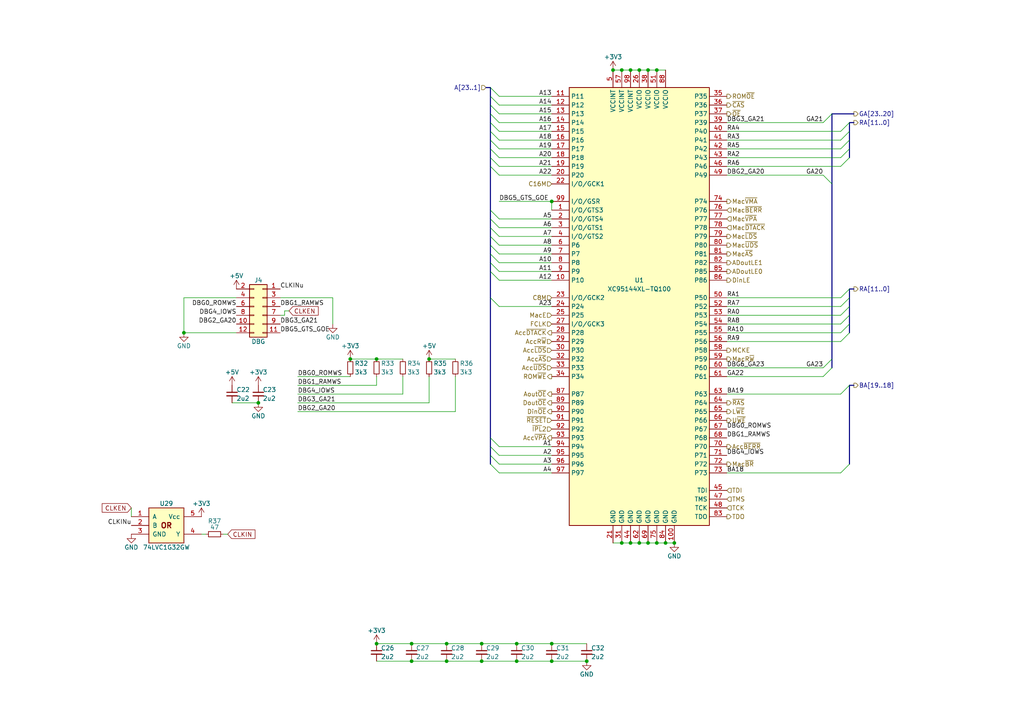
<source format=kicad_sch>
(kicad_sch (version 20231120) (generator "eeschema") (generator_version "8.0")
  (paper "A4")
  (title_block (title "WarpSE (GW4410A)") (date "2024-04-23") (rev "1.0") (company "Garrett's Workshop"))
  (lib_symbols
    (symbol "CPLD_Xilinx:XC95144XL-TQ100"
      (property "Reference" "U" (at -20.32 64.77 0))
      (property "Value" "XC95144XL-TQ100" (at -20.32 -64.77 0))
      (symbol "XC95144XL-TQ100_1_1"
        (rectangle (start -20.32 63.5) (end 20.32 -63.5) (stroke (width 0.254)) (fill (type background)))
        (pin bidirectional line (at -25.4 27.94 0) (length 5.08) (name "I/O/GTS3") (number "1"))
        (pin bidirectional line (at -25.4 7.62 0) (length 5.08) (name "P10") (number "10"))
        (pin power_in line (at 10.16 -68.58 90) (length 5.08) (name "GND") (number "100"))
        (pin bidirectional line (at -25.4 60.96 0) (length 5.08) (name "P11") (number "11"))
        (pin bidirectional line (at -25.4 58.42 0) (length 5.08) (name "P12") (number "12"))
        (pin bidirectional line (at -25.4 55.88 0) (length 5.08) (name "P13") (number "13"))
        (pin bidirectional line (at -25.4 53.34 0) (length 5.08) (name "P14") (number "14"))
        (pin bidirectional line (at -25.4 50.8 0) (length 5.08) (name "P15") (number "15"))
        (pin bidirectional line (at -25.4 48.26 0) (length 5.08) (name "P16") (number "16"))
        (pin bidirectional line (at -25.4 45.72 0) (length 5.08) (name "P17") (number "17"))
        (pin bidirectional line (at -25.4 43.18 0) (length 5.08) (name "P18") (number "18"))
        (pin bidirectional line (at -25.4 40.64 0) (length 5.08) (name "P19") (number "19"))
        (pin bidirectional line (at -25.4 25.4 0) (length 5.08) (name "I/O/GTS4") (number "2"))
        (pin bidirectional line (at -25.4 38.1 0) (length 5.08) (name "P20") (number "20"))
        (pin power_in line (at -7.62 -68.58 90) (length 5.08) (name "GND") (number "21"))
        (pin bidirectional line (at -25.4 35.56 0) (length 5.08) (name "I/O/GCK1") (number "22"))
        (pin bidirectional line (at -25.4 2.54 0) (length 5.08) (name "I/O/GCK2") (number "23"))
        (pin bidirectional line (at -25.4 0 0) (length 5.08) (name "P24") (number "24"))
        (pin bidirectional line (at -25.4 -2.54 0) (length 5.08) (name "P25") (number "25"))
        (pin power_in line (at 0 68.58 270) (length 5.08) (name "VCCIO") (number "26"))
        (pin bidirectional line (at -25.4 -5.08 0) (length 5.08) (name "I/O/GCK3") (number "27"))
        (pin bidirectional line (at -25.4 -7.62 0) (length 5.08) (name "P28") (number "28"))
        (pin bidirectional line (at -25.4 -10.16 0) (length 5.08) (name "P29") (number "29"))
        (pin bidirectional line (at -25.4 22.86 0) (length 5.08) (name "I/O/GTS1") (number "3"))
        (pin bidirectional line (at -25.4 -12.7 0) (length 5.08) (name "P30") (number "30"))
        (pin power_in line (at -5.08 -68.58 90) (length 5.08) (name "GND") (number "31"))
        (pin bidirectional line (at -25.4 -15.24 0) (length 5.08) (name "P32") (number "32"))
        (pin bidirectional line (at -25.4 -17.78 0) (length 5.08) (name "P33") (number "33"))
        (pin bidirectional line (at -25.4 -20.32 0) (length 5.08) (name "P34") (number "34"))
        (pin bidirectional line (at 25.4 60.96 180) (length 5.08) (name "P35") (number "35"))
        (pin bidirectional line (at 25.4 58.42 180) (length 5.08) (name "P36") (number "36"))
        (pin bidirectional line (at 25.4 55.88 180) (length 5.08) (name "P37") (number "37"))
        (pin power_in line (at 2.54 68.58 270) (length 5.08) (name "VCCIO") (number "38"))
        (pin bidirectional line (at 25.4 53.34 180) (length 5.08) (name "P39") (number "39"))
        (pin bidirectional line (at -25.4 20.32 0) (length 5.08) (name "I/O/GTS2") (number "4"))
        (pin bidirectional line (at 25.4 50.8 180) (length 5.08) (name "P40") (number "40"))
        (pin bidirectional line (at 25.4 48.26 180) (length 5.08) (name "P41") (number "41"))
        (pin bidirectional line (at 25.4 45.72 180) (length 5.08) (name "P42") (number "42"))
        (pin bidirectional line (at 25.4 43.18 180) (length 5.08) (name "P43") (number "43"))
        (pin power_in line (at -2.54 -68.58 90) (length 5.08) (name "GND") (number "44"))
        (pin input line (at 25.4 -53.34 180) (length 5.08) (name "TDI") (number "45"))
        (pin bidirectional line (at 25.4 40.64 180) (length 5.08) (name "P46") (number "46"))
        (pin input line (at 25.4 -55.88 180) (length 5.08) (name "TMS") (number "47"))
        (pin input line (at 25.4 -58.42 180) (length 5.08) (name "TCK") (number "48"))
        (pin bidirectional line (at 25.4 38.1 180) (length 5.08) (name "P49") (number "49"))
        (pin power_in line (at -7.62 68.58 270) (length 5.08) (name "VCCINT") (number "5"))
        (pin bidirectional line (at 25.4 2.54 180) (length 5.08) (name "P50") (number "50"))
        (pin power_in line (at 5.08 68.58 270) (length 5.08) (name "VCCIO") (number "51"))
        (pin bidirectional line (at 25.4 0 180) (length 5.08) (name "P52") (number "52"))
        (pin bidirectional line (at 25.4 -2.54 180) (length 5.08) (name "P53") (number "53"))
        (pin bidirectional line (at 25.4 -5.08 180) (length 5.08) (name "P54") (number "54"))
        (pin bidirectional line (at 25.4 -7.62 180) (length 5.08) (name "P55") (number "55"))
        (pin bidirectional line (at 25.4 -10.16 180) (length 5.08) (name "P56") (number "56"))
        (pin power_in line (at -5.08 68.58 270) (length 5.08) (name "VCCINT") (number "57"))
        (pin bidirectional line (at 25.4 -12.7 180) (length 5.08) (name "P58") (number "58"))
        (pin bidirectional line (at 25.4 -15.24 180) (length 5.08) (name "P59") (number "59"))
        (pin bidirectional line (at -25.4 17.78 0) (length 5.08) (name "P6") (number "6"))
        (pin bidirectional line (at 25.4 -17.78 180) (length 5.08) (name "P60") (number "60"))
        (pin bidirectional line (at 25.4 -20.32 180) (length 5.08) (name "P61") (number "61"))
        (pin power_in line (at 0 -68.58 90) (length 5.08) (name "GND") (number "62"))
        (pin bidirectional line (at 25.4 -25.4 180) (length 5.08) (name "P63") (number "63"))
        (pin bidirectional line (at 25.4 -27.94 180) (length 5.08) (name "P64") (number "64"))
        (pin bidirectional line (at 25.4 -30.48 180) (length 5.08) (name "P65") (number "65"))
        (pin bidirectional line (at 25.4 -33.02 180) (length 5.08) (name "P66") (number "66"))
        (pin bidirectional line (at 25.4 -35.56 180) (length 5.08) (name "P67") (number "67"))
        (pin bidirectional line (at 25.4 -38.1 180) (length 5.08) (name "P68") (number "68"))
        (pin power_in line (at 2.54 -68.58 90) (length 5.08) (name "GND") (number "69"))
        (pin bidirectional line (at -25.4 15.24 0) (length 5.08) (name "P7") (number "7"))
        (pin bidirectional line (at 25.4 -40.64 180) (length 5.08) (name "P70") (number "70"))
        (pin bidirectional line (at 25.4 -43.18 180) (length 5.08) (name "P71") (number "71"))
        (pin bidirectional line (at 25.4 -45.72 180) (length 5.08) (name "P72") (number "72"))
        (pin bidirectional line (at 25.4 -48.26 180) (length 5.08) (name "P73") (number "73"))
        (pin bidirectional line (at 25.4 30.48 180) (length 5.08) (name "P74") (number "74"))
        (pin power_in line (at 5.08 -68.58 90) (length 5.08) (name "GND") (number "75"))
        (pin bidirectional line (at 25.4 27.94 180) (length 5.08) (name "P76") (number "76"))
        (pin bidirectional line (at 25.4 25.4 180) (length 5.08) (name "P77") (number "77"))
        (pin bidirectional line (at 25.4 22.86 180) (length 5.08) (name "P78") (number "78"))
        (pin bidirectional line (at 25.4 20.32 180) (length 5.08) (name "P79") (number "79"))
        (pin bidirectional line (at -25.4 12.7 0) (length 5.08) (name "P8") (number "8"))
        (pin bidirectional line (at 25.4 17.78 180) (length 5.08) (name "P80") (number "80"))
        (pin bidirectional line (at 25.4 15.24 180) (length 5.08) (name "P81") (number "81"))
        (pin bidirectional line (at 25.4 12.7 180) (length 5.08) (name "P82") (number "82"))
        (pin output line (at 25.4 -60.96 180) (length 5.08) (name "TDO") (number "83"))
        (pin power_in line (at 7.62 -68.58 90) (length 5.08) (name "GND") (number "84"))
        (pin bidirectional line (at 25.4 10.16 180) (length 5.08) (name "P85") (number "85"))
        (pin bidirectional line (at 25.4 7.62 180) (length 5.08) (name "P86") (number "86"))
        (pin bidirectional line (at -25.4 -25.4 0) (length 5.08) (name "P87") (number "87"))
        (pin power_in line (at 7.62 68.58 270) (length 5.08) (name "VCCIO") (number "88"))
        (pin bidirectional line (at -25.4 -27.94 0) (length 5.08) (name "P89") (number "89"))
        (pin bidirectional line (at -25.4 10.16 0) (length 5.08) (name "P9") (number "9"))
        (pin bidirectional line (at -25.4 -30.48 0) (length 5.08) (name "P90") (number "90"))
        (pin bidirectional line (at -25.4 -33.02 0) (length 5.08) (name "P91") (number "91"))
        (pin bidirectional line (at -25.4 -35.56 0) (length 5.08) (name "P92") (number "92"))
        (pin bidirectional line (at -25.4 -38.1 0) (length 5.08) (name "P93") (number "93"))
        (pin bidirectional line (at -25.4 -40.64 0) (length 5.08) (name "P94") (number "94"))
        (pin bidirectional line (at -25.4 -43.18 0) (length 5.08) (name "P95") (number "95"))
        (pin bidirectional line (at -25.4 -45.72 0) (length 5.08) (name "P96") (number "96"))
        (pin bidirectional line (at -25.4 -48.26 0) (length 5.08) (name "P97") (number "97"))
        (pin power_in line (at -2.54 68.58 270) (length 5.08) (name "VCCINT") (number "98"))
        (pin bidirectional line (at -25.4 30.48 0) (length 5.08) (name "I/O/GSR") (number "99"))
      )
    )
    (symbol "Connector_Generic:Conn_02x06_Odd_Even" (pin_names (offset 1.016) hide)
      (property "Reference" "J" (at 1.27 7.62 0))
      (property "Value" "Conn_02x06_Odd_Even" (at 1.27 -10.16 0))
      (symbol "Conn_02x06_Odd_Even_1_1"
        (rectangle (start -1.27 -7.493) (end 0 -7.747) (stroke (width 0.1524)))
        (rectangle (start -1.27 -4.953) (end 0 -5.207) (stroke (width 0.1524)))
        (rectangle (start -1.27 -2.413) (end 0 -2.667) (stroke (width 0.1524)))
        (rectangle (start -1.27 0.127) (end 0 -0.127) (stroke (width 0.1524)))
        (rectangle (start -1.27 2.667) (end 0 2.413) (stroke (width 0.1524)))
        (rectangle (start -1.27 5.207) (end 0 4.953) (stroke (width 0.1524)))
        (rectangle (start -1.27 6.35) (end 3.81 -8.89) (stroke (width 0.254)) (fill (type background)))
        (rectangle (start 3.81 -7.493) (end 2.54 -7.747) (stroke (width 0.1524)))
        (rectangle (start 3.81 -4.953) (end 2.54 -5.207) (stroke (width 0.1524)))
        (rectangle (start 3.81 -2.413) (end 2.54 -2.667) (stroke (width 0.1524)))
        (rectangle (start 3.81 0.127) (end 2.54 -0.127) (stroke (width 0.1524)))
        (rectangle (start 3.81 2.667) (end 2.54 2.413) (stroke (width 0.1524)))
        (rectangle (start 3.81 5.207) (end 2.54 4.953) (stroke (width 0.1524)))
        (pin passive line (at -5.08 5.08 0) (length 3.81) (name "Pin_1") (number "1"))
        (pin passive line (at 7.62 -5.08 180) (length 3.81) (name "Pin_10") (number "10"))
        (pin passive line (at -5.08 -7.62 0) (length 3.81) (name "Pin_11") (number "11"))
        (pin passive line (at 7.62 -7.62 180) (length 3.81) (name "Pin_12") (number "12"))
        (pin passive line (at 7.62 5.08 180) (length 3.81) (name "Pin_2") (number "2"))
        (pin passive line (at -5.08 2.54 0) (length 3.81) (name "Pin_3") (number "3"))
        (pin passive line (at 7.62 2.54 180) (length 3.81) (name "Pin_4") (number "4"))
        (pin passive line (at -5.08 0 0) (length 3.81) (name "Pin_5") (number "5"))
        (pin passive line (at 7.62 0 180) (length 3.81) (name "Pin_6") (number "6"))
        (pin passive line (at -5.08 -2.54 0) (length 3.81) (name "Pin_7") (number "7"))
        (pin passive line (at 7.62 -2.54 180) (length 3.81) (name "Pin_8") (number "8"))
        (pin passive line (at -5.08 -5.08 0) (length 3.81) (name "Pin_9") (number "9"))
      )
    )
    (symbol "Device:C_Small" (pin_numbers hide) (pin_names (offset 0.254) hide)
      (property "Reference" "C" (at 0.254 1.778 0))
      (property "Value" "C_Small" (at 0.254 -2.032 0))
      (symbol "C_Small_0_1"
        (polyline (pts (xy -1.524 -0.508) (xy 1.524 -0.508)) (stroke (width 0.3302)))
        (polyline (pts (xy -1.524 0.508) (xy 1.524 0.508)) (stroke (width 0.3048)))
      )
      (symbol "C_Small_1_1"
        (pin passive line (at 0 2.54 270) (length 2.032) (name "~") (number "1"))
        (pin passive line (at 0 -2.54 90) (length 2.032) (name "~") (number "2"))
      )
    )
    (symbol "Device:R_Small" (pin_numbers hide) (pin_names (offset 0.254) hide)
      (property "Reference" "R" (at 0.762 0.508 0))
      (property "Value" "R_Small" (at 0.762 -1.016 0))
      (symbol "R_Small_0_1"
        (rectangle (start -0.762 1.778) (end 0.762 -1.778) (stroke (width 0.2032)))
      )
      (symbol "R_Small_1_1"
        (pin passive line (at 0 2.54 270) (length 0.762) (name "~") (number "1"))
        (pin passive line (at 0 -2.54 90) (length 0.762) (name "~") (number "2"))
      )
    )
    (symbol "GW_Logic:741G32GW" (pin_names (offset 1.016))
      (property "Reference" "U" (at 0 6.35 0))
      (property "Value" "741G32GW" (at 0 -6.35 0))
      (symbol "741G32GW_0_1"
        (rectangle (start -5.08 5.08) (end 5.08 -5.08) (stroke (width 0.254)) (fill (type background)))
      )
      (symbol "741G32GW_1_1"
        (text "OR" (at 0 0 0) (effects (font (size 1.524 1.524) (bold yes))))
        (pin input line (at -10.16 2.54 0) (length 5.08) (name "A") (number "1"))
        (pin input line (at -10.16 0 0) (length 5.08) (name "B") (number "2"))
        (pin power_in line (at -10.16 -2.54 0) (length 5.08) (name "GND") (number "3"))
        (pin output line (at 10.16 -2.54 180) (length 5.08) (name "Y") (number "4"))
        (pin power_in line (at 10.16 2.54 180) (length 5.08) (name "Vcc") (number "5"))
      )
    )
    (symbol "power:+3V3" (power) (pin_names (offset 0))
      (property "Value" "+3V3" (at 0 3.556 0))
      (symbol "+3V3_0_1"
        (polyline (pts (xy -0.762 1.27) (xy 0 2.54)))
        (polyline (pts (xy 0 0) (xy 0 2.54)))
        (polyline (pts (xy 0 2.54) (xy 0.762 1.27)))
      )
      (symbol "+3V3_1_1"
        (pin power_in line (at 0 0 90) (length 0) hide (name "+3V3") (number "1"))
      )
    )
    (symbol "power:+5V" (power) (pin_names (offset 0))
      (property "Value" "+5V" (at 0 3.556 0))
      (symbol "+5V_0_1"
        (polyline (pts (xy -0.762 1.27) (xy 0 2.54)))
        (polyline (pts (xy 0 0) (xy 0 2.54)))
        (polyline (pts (xy 0 2.54) (xy 0.762 1.27)))
      )
      (symbol "+5V_1_1"
        (pin power_in line (at 0 0 90) (length 0) hide (name "+5V") (number "1"))
      )
    )
    (symbol "power:GND" (power) (pin_names (offset 0))
      (property "Value" "GND" (at 0 -3.81 0))
      (symbol "GND_0_1"
        (polyline (pts (xy 0 0) (xy 0 -1.27) (xy 1.27 -1.27) (xy 0 -2.54) (xy -1.27 -1.27) (xy 0 -1.27)))
      )
      (symbol "GND_1_1"
        (pin power_in line (at 0 0 270) (length 0) hide (name "GND") (number "1"))
      )
    )
  )
  (junction (at 74.93 116.84))
  (junction (at 119.38 191.77))
  (junction (at 193.04 157.48))
  (junction (at 129.54 191.77))
  (junction (at 180.34 157.48))
  (junction (at 177.8 20.32))
  (junction (at 139.7 191.77))
  (junction (at 139.7 186.69))
  (junction (at 187.96 157.48))
  (junction (at 182.88 157.48))
  (junction (at 109.22 104.14))
  (junction (at 119.38 186.69))
  (junction (at 185.42 20.32))
  (junction (at 160.02 186.69))
  (junction (at 160.02 58.42))
  (junction (at 182.88 20.32))
  (junction (at 124.46 104.14))
  (junction (at 109.22 186.69))
  (junction (at 195.58 157.48))
  (junction (at 187.96 20.32))
  (junction (at 180.34 20.32))
  (junction (at 149.86 191.77))
  (junction (at 190.5 157.48))
  (junction (at 149.86 186.69))
  (junction (at 185.42 157.48))
  (junction (at 170.18 191.77))
  (junction (at 160.02 191.77))
  (junction (at 129.54 186.69))
  (junction (at 190.5 20.32))
  (junction (at 101.6 104.14))
  (junction (at 53.34 96.52))
  (bus_entry (at 142.24 63.5) (size 2.54 2.54))
  (bus_entry (at 142.24 129.54) (size 2.54 2.54))
  (bus_entry (at 142.24 71.12) (size 2.54 2.54))
  (bus_entry (at 142.24 27.94) (size 2.54 2.54))
  (bus_entry (at 142.24 35.56) (size 2.54 2.54))
  (bus_entry (at 238.76 35.56) (size 2.54 -2.54))
  (bus_entry (at 246.38 93.98) (size -2.54 2.54))
  (bus_entry (at 246.38 43.18) (size -2.54 2.54))
  (bus_entry (at 142.24 25.4) (size 2.54 2.54))
  (bus_entry (at 142.24 30.48) (size 2.54 2.54))
  (bus_entry (at 142.24 45.72) (size 2.54 2.54))
  (bus_entry (at 246.38 96.52) (size -2.54 2.54))
  (bus_entry (at 142.24 48.26) (size 2.54 2.54))
  (bus_entry (at 246.38 45.72) (size -2.54 2.54))
  (bus_entry (at 241.3 53.34) (size -2.54 -2.54))
  (bus_entry (at 246.38 88.9) (size -2.54 2.54))
  (bus_entry (at 142.24 73.66) (size 2.54 2.54))
  (bus_entry (at 246.38 83.82) (size -2.54 2.54))
  (bus_entry (at 246.38 38.1) (size -2.54 2.54))
  (bus_entry (at 246.38 35.56) (size -2.54 2.54))
  (bus_entry (at 142.24 86.36) (size 2.54 2.54))
  (bus_entry (at 246.38 134.62) (size -2.54 2.54))
  (bus_entry (at 142.24 127) (size 2.54 2.54))
  (bus_entry (at 142.24 78.74) (size 2.54 2.54))
  (bus_entry (at 142.24 76.2) (size 2.54 2.54))
  (bus_entry (at 142.24 68.58) (size 2.54 2.54))
  (bus_entry (at 142.24 33.02) (size 2.54 2.54))
  (bus_entry (at 142.24 40.64) (size 2.54 2.54))
  (bus_entry (at 246.38 40.64) (size -2.54 2.54))
  (bus_entry (at 142.24 132.08) (size 2.54 2.54))
  (bus_entry (at 142.24 38.1) (size 2.54 2.54))
  (bus_entry (at 246.38 91.44) (size -2.54 2.54))
  (bus_entry (at 241.3 106.68) (size -2.54 2.54))
  (bus_entry (at 142.24 134.62) (size 2.54 2.54))
  (bus_entry (at 142.24 60.96) (size 2.54 2.54))
  (bus_entry (at 246.38 111.76) (size -2.54 2.54))
  (bus_entry (at 246.38 86.36) (size -2.54 2.54))
  (bus_entry (at 241.3 104.14) (size -2.54 2.54))
  (bus_entry (at 142.24 66.04) (size 2.54 2.54))
  (bus_entry (at 142.24 43.18) (size 2.54 2.54))
  (wire (pts (xy 210.82 93.98) (xy 243.84 93.98)))
  (wire (pts (xy 210.82 43.18) (xy 243.84 43.18)))
  (wire (pts (xy 182.88 20.32) (xy 185.42 20.32)))
  (bus (pts (xy 142.24 127) (xy 142.24 129.54)))
  (bus (pts (xy 142.24 27.94) (xy 142.24 30.48)))
  (bus (pts (xy 142.24 38.1) (xy 142.24 40.64)))
  (wire (pts (xy 160.02 33.02) (xy 144.78 33.02)))
  (wire (pts (xy 160.02 35.56) (xy 144.78 35.56)))
  (wire (pts (xy 185.42 20.32) (xy 187.96 20.32)))
  (wire (pts (xy 59.69 154.94) (xy 58.42 154.94)))
  (wire (pts (xy 86.36 109.22) (xy 101.6 109.22)))
  (wire (pts (xy 160.02 45.72) (xy 144.78 45.72)))
  (bus (pts (xy 142.24 73.66) (xy 142.24 76.2)))
  (wire (pts (xy 109.22 186.69) (xy 119.38 186.69)))
  (wire (pts (xy 160.02 50.8) (xy 144.78 50.8)))
  (wire (pts (xy 86.36 111.76) (xy 109.22 111.76)))
  (wire (pts (xy 109.22 111.76) (xy 109.22 109.22)))
  (wire (pts (xy 160.02 81.28) (xy 144.78 81.28)))
  (wire (pts (xy 160.02 76.2) (xy 144.78 76.2)))
  (wire (pts (xy 119.38 186.69) (xy 129.54 186.69)))
  (bus (pts (xy 142.24 48.26) (xy 142.24 60.96)))
  (bus (pts (xy 142.24 25.4) (xy 140.97 25.4)))
  (wire (pts (xy 210.82 106.68) (xy 238.76 106.68)))
  (bus (pts (xy 142.24 71.12) (xy 142.24 73.66)))
  (wire (pts (xy 160.02 30.48) (xy 144.78 30.48)))
  (wire (pts (xy 210.82 35.56) (xy 238.76 35.56)))
  (wire (pts (xy 160.02 48.26) (xy 144.78 48.26)))
  (bus (pts (xy 246.38 83.82) (xy 246.38 86.36)))
  (wire (pts (xy 160.02 186.69) (xy 170.18 186.69)))
  (bus (pts (xy 142.24 45.72) (xy 142.24 48.26)))
  (bus (pts (xy 142.24 40.64) (xy 142.24 43.18)))
  (wire (pts (xy 160.02 78.74) (xy 144.78 78.74)))
  (wire (pts (xy 210.82 38.1) (xy 243.84 38.1)))
  (bus (pts (xy 246.38 35.56) (xy 246.38 38.1)))
  (wire (pts (xy 144.78 137.16) (xy 160.02 137.16)))
  (bus (pts (xy 246.38 40.64) (xy 246.38 43.18)))
  (bus (pts (xy 241.3 33.02) (xy 247.65 33.02)))
  (bus (pts (xy 241.3 33.02) (xy 241.3 53.34)))
  (wire (pts (xy 109.22 104.14) (xy 116.84 104.14)))
  (bus (pts (xy 142.24 25.4) (xy 142.24 27.94)))
  (wire (pts (xy 139.7 191.77) (xy 149.86 191.77)))
  (bus (pts (xy 246.38 86.36) (xy 246.38 88.9)))
  (wire (pts (xy 53.34 86.36) (xy 53.34 96.52)))
  (wire (pts (xy 160.02 38.1) (xy 144.78 38.1)))
  (wire (pts (xy 86.36 119.38) (xy 132.08 119.38)))
  (wire (pts (xy 38.1 147.32) (xy 38.1 149.86)))
  (wire (pts (xy 243.84 96.52) (xy 210.82 96.52)))
  (bus (pts (xy 142.24 43.18) (xy 142.24 45.72)))
  (bus (pts (xy 142.24 33.02) (xy 142.24 35.56)))
  (bus (pts (xy 246.38 38.1) (xy 246.38 40.64)))
  (wire (pts (xy 160.02 40.64) (xy 144.78 40.64)))
  (wire (pts (xy 187.96 157.48) (xy 185.42 157.48)))
  (wire (pts (xy 210.82 109.22) (xy 238.76 109.22)))
  (bus (pts (xy 142.24 60.96) (xy 142.24 63.5)))
  (wire (pts (xy 160.02 66.04) (xy 144.78 66.04)))
  (wire (pts (xy 210.82 88.9) (xy 243.84 88.9)))
  (wire (pts (xy 210.82 99.06) (xy 243.84 99.06)))
  (wire (pts (xy 129.54 186.69) (xy 139.7 186.69)))
  (wire (pts (xy 53.34 96.52) (xy 68.58 96.52)))
  (wire (pts (xy 210.82 45.72) (xy 243.84 45.72)))
  (wire (pts (xy 160.02 191.77) (xy 170.18 191.77)))
  (wire (pts (xy 160.02 68.58) (xy 144.78 68.58)))
  (wire (pts (xy 139.7 186.69) (xy 149.86 186.69)))
  (wire (pts (xy 82.55 90.17) (xy 83.82 90.17)))
  (wire (pts (xy 210.82 40.64) (xy 243.84 40.64)))
  (bus (pts (xy 142.24 63.5) (xy 142.24 66.04)))
  (wire (pts (xy 82.55 91.44) (xy 82.55 90.17)))
  (wire (pts (xy 53.34 86.36) (xy 68.58 86.36)))
  (bus (pts (xy 142.24 68.58) (xy 142.24 71.12)))
  (wire (pts (xy 149.86 186.69) (xy 160.02 186.69)))
  (wire (pts (xy 101.6 104.14) (xy 109.22 104.14)))
  (bus (pts (xy 241.3 53.34) (xy 241.3 104.14)))
  (wire (pts (xy 210.82 48.26) (xy 243.84 48.26)))
  (wire (pts (xy 210.82 137.16) (xy 243.84 137.16)))
  (wire (pts (xy 149.86 191.77) (xy 160.02 191.77)))
  (wire (pts (xy 66.04 154.94) (xy 64.77 154.94)))
  (bus (pts (xy 142.24 132.08) (xy 142.24 134.62)))
  (bus (pts (xy 142.24 78.74) (xy 142.24 86.36)))
  (bus (pts (xy 142.24 35.56) (xy 142.24 38.1)))
  (wire (pts (xy 185.42 157.48) (xy 182.88 157.48)))
  (wire (pts (xy 193.04 157.48) (xy 190.5 157.48)))
  (wire (pts (xy 160.02 43.18) (xy 144.78 43.18)))
  (wire (pts (xy 86.36 114.3) (xy 116.84 114.3)))
  (wire (pts (xy 144.78 129.54) (xy 160.02 129.54)))
  (wire (pts (xy 119.38 191.77) (xy 129.54 191.77)))
  (wire (pts (xy 160.02 71.12) (xy 144.78 71.12)))
  (wire (pts (xy 81.28 91.44) (xy 82.55 91.44)))
  (wire (pts (xy 109.22 191.77) (xy 119.38 191.77)))
  (wire (pts (xy 210.82 86.36) (xy 243.84 86.36)))
  (bus (pts (xy 246.38 43.18) (xy 246.38 45.72)))
  (bus (pts (xy 246.38 88.9) (xy 246.38 91.44)))
  (bus (pts (xy 142.24 129.54) (xy 142.24 132.08)))
  (bus (pts (xy 246.38 111.76) (xy 246.38 134.62)))
  (bus (pts (xy 142.24 86.36) (xy 142.24 127)))
  (bus (pts (xy 241.3 106.68) (xy 241.3 104.14)))
  (wire (pts (xy 210.82 50.8) (xy 238.76 50.8)))
  (wire (pts (xy 160.02 63.5) (xy 144.78 63.5)))
  (wire (pts (xy 132.08 109.22) (xy 132.08 119.38)))
  (wire (pts (xy 144.78 132.08) (xy 160.02 132.08)))
  (wire (pts (xy 67.31 116.84) (xy 74.93 116.84)))
  (wire (pts (xy 160.02 60.96) (xy 160.02 58.42)))
  (wire (pts (xy 144.78 134.62) (xy 160.02 134.62)))
  (wire (pts (xy 96.52 86.36) (xy 96.52 93.98)))
  (wire (pts (xy 243.84 91.44) (xy 210.82 91.44)))
  (wire (pts (xy 160.02 27.94) (xy 144.78 27.94)))
  (wire (pts (xy 182.88 157.48) (xy 180.34 157.48)))
  (wire (pts (xy 144.78 58.42) (xy 160.02 58.42)))
  (wire (pts (xy 190.5 157.48) (xy 187.96 157.48)))
  (bus (pts (xy 142.24 76.2) (xy 142.24 78.74)))
  (bus (pts (xy 142.24 30.48) (xy 142.24 33.02)))
  (wire (pts (xy 210.82 114.3) (xy 243.84 114.3)))
  (bus (pts (xy 246.38 111.76) (xy 247.65 111.76)))
  (bus (pts (xy 246.38 35.56) (xy 247.65 35.56)))
  (bus (pts (xy 246.38 91.44) (xy 246.38 93.98)))
  (wire (pts (xy 187.96 20.32) (xy 190.5 20.32)))
  (wire (pts (xy 96.52 86.36) (xy 81.28 86.36)))
  (wire (pts (xy 160.02 88.9) (xy 144.78 88.9)))
  (wire (pts (xy 86.36 116.84) (xy 124.46 116.84)))
  (wire (pts (xy 190.5 20.32) (xy 193.04 20.32)))
  (wire (pts (xy 177.8 20.32) (xy 180.34 20.32)))
  (wire (pts (xy 180.34 157.48) (xy 177.8 157.48)))
  (wire (pts (xy 116.84 114.3) (xy 116.84 109.22)))
  (wire (pts (xy 124.46 104.14) (xy 132.08 104.14)))
  (wire (pts (xy 195.58 157.48) (xy 193.04 157.48)))
  (wire (pts (xy 129.54 191.77) (xy 139.7 191.77)))
  (wire (pts (xy 160.02 73.66) (xy 144.78 73.66)))
  (wire (pts (xy 124.46 109.22) (xy 124.46 116.84)))
  (bus (pts (xy 246.38 83.82) (xy 247.65 83.82)))
  (bus (pts (xy 246.38 93.98) (xy 246.38 96.52)))
  (bus (pts (xy 142.24 66.04) (xy 142.24 68.58)))
  (wire (pts (xy 180.34 20.32) (xy 182.88 20.32)))
  (label "DBG3_GA21" (at 210.82 35.56 0))
  (label "BA19" (at 210.82 114.3 0))
  (label "DBG3_GA21" (at 81.28 93.98 0))
  (label "GA21" (at 238.76 35.56 180))
  (label "A8" (at 160.02 71.12 180))
  (label "A23" (at 160.02 88.9 180))
  (label "DBG1_RAMWS" (at 81.28 88.9 0))
  (label "A5" (at 160.02 63.5 180))
  (label "RA2" (at 210.82 45.72 0))
  (label "CLKINu" (at 81.28 83.82 0))
  (label "A15" (at 160.02 33.02 180))
  (label "RA10" (at 210.82 96.52 0))
  (label "DBG2_GA20" (at 68.58 93.98 180))
  (label "GA20" (at 238.76 50.8 180))
  (label "RA1" (at 210.82 86.36 0))
  (label "A17" (at 160.02 38.1 180))
  (label "DBG0_ROMWS" (at 210.82 124.46 0))
  (label "RA4" (at 210.82 38.1 0))
  (label "DBG6_GA23" (at 210.82 106.68 0))
  (label "A16" (at 160.02 35.56 180))
  (label "A7" (at 160.02 68.58 180))
  (label "DBG2_GA20" (at 86.36 119.38 0))
  (label "A10" (at 160.02 76.2 180))
  (label "A9" (at 160.02 73.66 180))
  (label "A21" (at 160.02 48.26 180))
  (label "BA18" (at 210.82 137.16 0))
  (label "GA23" (at 238.76 106.68 180))
  (label "RA3" (at 210.82 40.64 0))
  (label "A20" (at 160.02 45.72 180))
  (label "A3" (at 160.02 134.62 180))
  (label "DBG1_RAMWS" (at 210.82 127 0))
  (label "A13" (at 160.02 27.94 180))
  (label "DBG2_GA20" (at 210.82 50.8 0))
  (label "DBG3_GA21" (at 86.36 116.84 0))
  (label "GA22" (at 210.82 109.22 0))
  (label "DBG1_RAMWS" (at 86.36 111.76 0))
  (label "A22" (at 160.02 50.8 180))
  (label "RA6" (at 210.82 48.26 0))
  (label "A14" (at 160.02 30.48 180))
  (label "RA7" (at 210.82 88.9 0))
  (label "A11" (at 160.02 78.74 180))
  (label "DBG0_ROMWS" (at 68.58 88.9 180))
  (label "DBG5_GTS_GOE" (at 81.28 96.52 0))
  (label "A18" (at 160.02 40.64 180))
  (label "A6" (at 160.02 66.04 180))
  (label "RA0" (at 210.82 91.44 0))
  (label "CLKINu" (at 38.1 152.4 180))
  (label "DBG5_GTS_GOE" (at 144.78 58.42 0))
  (label "RA8" (at 210.82 93.98 0))
  (label "RA9" (at 210.82 99.06 0))
  (label "DBG4_IOWS" (at 86.36 114.3 0))
  (label "DBG4_IOWS" (at 210.82 132.08 0))
  (label "A1" (at 160.02 129.54 180))
  (label "A4" (at 160.02 137.16 180))
  (label "A2" (at 160.02 132.08 180))
  (label "DBG0_ROMWS" (at 86.36 109.22 0))
  (label "A12" (at 160.02 81.28 180))
  (label "DBG4_IOWS" (at 68.58 91.44 180))
  (label "A19" (at 160.02 43.18 180))
  (label "RA5" (at 210.82 43.18 0))
  (global_label "CLKEN" (shape input) (at 83.82 90.17 0) (property "Intersheetrefs" "${INTERSHEET_REFS}" (effects (hide yes))))
  (global_label "CLKEN" (shape input) (at 38.1 147.32 180) (property "Intersheetrefs" "${INTERSHEET_REFS}" (effects (hide yes))))
  (global_label "CLKIN" (shape input) (at 66.04 154.94 0) (property "Intersheetrefs" "${INTERSHEET_REFS}" (effects (hide yes))))
  (hierarchical_label "A[23..1]" (shape input) (at 140.97 25.4 180))
  (hierarchical_label "Dout~{OE}" (shape output) (at 160.02 116.84 180))
  (hierarchical_label "AccR~{W}" (shape input) (at 160.02 99.06 180))
  (hierarchical_label "TCK" (shape input) (at 210.82 147.32 0))
  (hierarchical_label "ROM~{WE}" (shape output) (at 160.02 109.22 180))
  (hierarchical_label "~{RAS}" (shape output) (at 210.82 116.84 0))
  (hierarchical_label "Acc~{UDS}" (shape input) (at 160.02 106.68 180))
  (hierarchical_label "MacR~{W}" (shape output) (at 210.82 104.14 0))
  (hierarchical_label "Din~{OE}" (shape output) (at 160.02 119.38 180))
  (hierarchical_label "L~{WE}" (shape output) (at 210.82 119.38 0))
  (hierarchical_label "TDO" (shape output) (at 210.82 149.86 0))
  (hierarchical_label "Mac~{DTACK}" (shape input) (at 210.82 66.04 0))
  (hierarchical_label "TDI" (shape input) (at 210.82 142.24 0))
  (hierarchical_label "Mac~{VMA}" (shape output) (at 210.82 58.42 0))
  (hierarchical_label "~{OE}" (shape output) (at 210.82 33.02 0))
  (hierarchical_label "ADoutLE1" (shape output) (at 210.82 76.2 0))
  (hierarchical_label "Mac~{UDS}" (shape output) (at 210.82 71.12 0))
  (hierarchical_label "ADoutLE0" (shape output) (at 210.82 78.74 0))
  (hierarchical_label "Acc~{AS}" (shape input) (at 160.02 104.14 180))
  (hierarchical_label "Acc~{VPA}" (shape output) (at 160.02 127 180))
  (hierarchical_label "DinLE" (shape output) (at 210.82 81.28 0))
  (hierarchical_label "C8M" (shape input) (at 160.02 86.36 180))
  (hierarchical_label "MCKE" (shape output) (at 210.82 101.6 0))
  (hierarchical_label "ROM~{OE}" (shape output) (at 210.82 27.94 0))
  (hierarchical_label "TMS" (shape input) (at 210.82 144.78 0))
  (hierarchical_label "~{IPL}2" (shape input) (at 160.02 124.46 180))
  (hierarchical_label "GA[23..20]" (shape output) (at 247.65 33.02 0))
  (hierarchical_label "BA[19..18]" (shape output) (at 247.65 111.76 0))
  (hierarchical_label "Mac~{BERR}" (shape input) (at 210.82 60.96 0))
  (hierarchical_label "Acc~{LDS}" (shape input) (at 160.02 101.6 180))
  (hierarchical_label "Acc~{DTACK}" (shape output) (at 160.02 96.52 180))
  (hierarchical_label "C16M" (shape input) (at 160.02 53.34 180))
  (hierarchical_label "FCLK" (shape input) (at 160.02 93.98 180))
  (hierarchical_label "Mac~{VPA}" (shape input) (at 210.82 63.5 0))
  (hierarchical_label "MacE" (shape input) (at 160.02 91.44 180))
  (hierarchical_label "Mac~{BR}" (shape output) (at 210.82 134.62 0))
  (hierarchical_label "Mac~{AS}" (shape output) (at 210.82 73.66 0))
  (hierarchical_label "~{CAS}" (shape output) (at 210.82 30.48 0))
  (hierarchical_label "Aout~{OE}" (shape output) (at 160.02 114.3 180))
  (hierarchical_label "RA[11..0]" (shape output) (at 247.65 35.56 0))
  (hierarchical_label "Acc~{BERR}" (shape output) (at 210.82 129.54 0))
  (hierarchical_label "~{RESET}" (shape input) (at 160.02 121.92 180))
  (hierarchical_label "U~{WE}" (shape output) (at 210.82 121.92 0))
  (hierarchical_label "RA[11..0]" (shape output) (at 247.65 83.82 0))
  (hierarchical_label "Mac~{LDS}" (shape output) (at 210.82 68.58 0))
  (symbol (lib_id "Device:C_Small") (at 119.38 189.23 0) (unit 1)
    (property "Reference" "C27" (at 120.65 187.96 0) (effects (justify left)))
    (property "Value" "2u2" (at 120.65 190.5 0) (effects (justify left)))
    (property "Footprint" "stdpads:C_0603" (effects (hide yes)))
    (property "LCSC Part" "C23630" (effects (hide yes)))
  )
  (symbol (lib_id "Device:C_Small") (at 129.54 189.23 0) (unit 1)
    (property "Reference" "C28" (at 130.81 187.96 0) (effects (justify left)))
    (property "Value" "2u2" (at 130.81 190.5 0) (effects (justify left)))
    (property "Footprint" "stdpads:C_0603" (effects (hide yes)))
    (property "LCSC Part" "C23630" (effects (hide yes)))
  )
  (symbol (lib_id "Device:C_Small") (at 139.7 189.23 0) (unit 1)
    (property "Reference" "C29" (at 140.97 187.96 0) (effects (justify left)))
    (property "Value" "2u2" (at 140.97 190.5 0) (effects (justify left)))
    (property "Footprint" "stdpads:C_0603" (effects (hide yes)))
    (property "LCSC Part" "C23630" (effects (hide yes)))
  )
  (symbol (lib_id "power:+3V3") (at 109.22 186.69 0) (unit 1)
    (property "Reference" "#PWR0158" (effects (hide yes)))
    (property "Value" "+3V3" (at 109.22 182.88 0))
  )
  (symbol (lib_id "Device:C_Small") (at 109.22 189.23 0) (unit 1)
    (property "Reference" "C26" (at 110.49 187.96 0) (effects (justify left)))
    (property "Value" "2u2" (at 110.49 190.5 0) (effects (justify left)))
    (property "Footprint" "stdpads:C_0603" (effects (hide yes)))
    (property "LCSC Part" "C23630" (effects (hide yes)))
  )
  (symbol (lib_id "Device:C_Small") (at 160.02 189.23 0) (unit 1)
    (property "Reference" "C31" (at 161.29 187.96 0) (effects (justify left)))
    (property "Value" "2u2" (at 161.29 190.5 0) (effects (justify left)))
    (property "Footprint" "stdpads:C_0603" (effects (hide yes)))
    (property "LCSC Part" "C23630" (effects (hide yes)))
  )
  (symbol (lib_id "Device:C_Small") (at 149.86 189.23 0) (unit 1)
    (property "Reference" "C30" (at 151.13 187.96 0) (effects (justify left)))
    (property "Value" "2u2" (at 151.13 190.5 0) (effects (justify left)))
    (property "Footprint" "stdpads:C_0603" (effects (hide yes)))
    (property "LCSC Part" "C23630" (effects (hide yes)))
  )
  (symbol (lib_id "power:GND") (at 170.18 191.77 0) (mirror y) (unit 1)
    (property "Reference" "#PWR0159" (effects (hide yes)))
    (property "Value" "GND" (at 170.18 195.58 0))
  )
  (symbol (lib_id "Device:C_Small") (at 170.18 189.23 0) (unit 1)
    (property "Reference" "C32" (at 171.45 187.96 0) (effects (justify left)))
    (property "Value" "2u2" (at 171.45 190.5 0) (effects (justify left)))
    (property "Footprint" "stdpads:C_0603" (effects (hide yes)))
    (property "LCSC Part" "C23630" (effects (hide yes)))
  )
  (symbol (lib_id "power:+3V3") (at 177.8 20.32 0) (unit 1)
    (property "Reference" "#PWR0160" (effects (hide yes)))
    (property "Value" "+3V3" (at 177.8 16.51 0))
  )
  (symbol (lib_id "power:GND") (at 195.58 157.48 0) (unit 1)
    (property "Reference" "#PWR0161" (effects (hide yes)))
    (property "Value" "GND" (at 195.58 161.29 0))
  )
  (symbol (lib_id "CPLD_Xilinx:XC95144XL-TQ100") (at 185.42 88.9 0) (unit 1)
    (property "Reference" "U1" (at 185.42 81.28 0))
    (property "Value" "XC95144XL-TQ100" (at 185.42 83.82 0))
    (property "Footprint" "stdpads:TQFP-100_14x14mm_P0.5mm" (effects (hide yes)))
    (property "LCSC Part" "C45126" (effects (hide yes)))
  )
  (symbol (lib_id "power:+5V") (at 67.31 111.76 0) (unit 1)
    (property "Reference" "#PWR027" (effects (hide yes)))
    (property "Value" "+5V" (at 67.31 107.95 0))
  )
  (symbol (lib_id "power:GND") (at 38.1 154.94 0) (unit 1)
    (property "Reference" "#PWR044" (effects (hide yes)))
    (property "Value" "GND" (at 38.1 158.75 0))
  )
  (symbol (lib_id "GW_Logic:741G32GW") (at 48.26 152.4 0) (unit 1)
    (property "Reference" "U29" (at 48.26 146.05 0))
    (property "Value" "74LVC1G32GW" (at 48.26 158.75 0))
    (property "Footprint" "stdpads:SOT-353" (effects (hide yes)))
    (property "LCSC Part" "C12516" (effects (hide yes)))
  )
  (symbol (lib_id "Device:R_Small") (at 62.23 154.94 270) (unit 1)
    (property "Reference" "R37" (at 62.23 151.13 90))
    (property "Value" "47" (at 62.23 153.67 90) (effects (justify bottom)))
    (property "Footprint" "stdpads:R_0603" (effects (hide yes)))
    (property "LCSC Part" "C23182" (effects (hide yes)))
  )
  (symbol (lib_id "power:+3V3") (at 58.42 149.86 0) (unit 1)
    (property "Reference" "#PWR046" (effects (hide yes)))
    (property "Value" "+3V3" (at 58.42 146.05 0))
  )
  (symbol (lib_id "Device:R_Small") (at 124.46 106.68 180) (unit 1)
    (property "Reference" "R35" (at 125.73 105.41 0) (effects (justify right)))
    (property "Value" "3k3" (at 125.73 107.95 0) (effects (justify right)))
    (property "Footprint" "stdpads:R_0603" (effects (hide yes)))
    (property "LCSC Part" "C21190" (effects (hide yes)))
  )
  (symbol (lib_id "Device:R_Small") (at 101.6 106.68 180) (unit 1)
    (property "Reference" "R32" (at 102.87 105.41 0) (effects (justify right)))
    (property "Value" "3k3" (at 102.87 107.95 0) (effects (justify right)))
    (property "Footprint" "stdpads:R_0603" (effects (hide yes)))
    (property "LCSC Part" "C21190" (effects (hide yes)))
  )
  (symbol (lib_id "power:+5V") (at 68.58 83.82 0) (unit 1)
    (property "Reference" "#PWR07" (effects (hide yes)))
    (property "Value" "+5V" (at 68.58 80.01 0))
  )
  (symbol (lib_id "power:GND") (at 96.52 93.98 0) (mirror y) (unit 1)
    (property "Reference" "#PWR026" (effects (hide yes)))
    (property "Value" "GND" (at 96.52 97.79 0))
  )
  (symbol (lib_id "Device:C_Small") (at 67.31 114.3 0) (unit 1)
    (property "Reference" "C22" (at 68.58 113.03 0) (effects (justify left)))
    (property "Value" "2u2" (at 68.58 115.57 0) (effects (justify left)))
    (property "Footprint" "stdpads:C_0603" (effects (hide yes)))
    (property "LCSC Part" "C23630" (effects (hide yes)))
  )
  (symbol (lib_id "Device:C_Small") (at 74.93 114.3 0) (unit 1)
    (property "Reference" "C23" (at 76.2 113.03 0) (effects (justify left)))
    (property "Value" "2u2" (at 76.2 115.57 0) (effects (justify left)))
    (property "Footprint" "stdpads:C_0603" (effects (hide yes)))
    (property "LCSC Part" "C23630" (effects (hide yes)))
  )
  (symbol (lib_id "power:GND") (at 74.93 116.84 0) (mirror y) (unit 1)
    (property "Reference" "#PWR045" (effects (hide yes)))
    (property "Value" "GND" (at 74.93 120.65 0))
  )
  (symbol (lib_id "power:GND") (at 53.34 96.52 0) (unit 1)
    (property "Reference" "#PWR024" (effects (hide yes)))
    (property "Value" "GND" (at 53.34 100.33 0))
  )
  (symbol (lib_id "Device:R_Small") (at 116.84 106.68 180) (unit 1)
    (property "Reference" "R34" (at 118.11 105.41 0) (effects (justify right)))
    (property "Value" "3k3" (at 118.11 107.95 0) (effects (justify right)))
    (property "Footprint" "stdpads:R_0603" (effects (hide yes)))
    (property "LCSC Part" "C21190" (effects (hide yes)))
  )
  (symbol (lib_id "power:+5V") (at 124.46 104.14 0) (unit 1)
    (property "Reference" "#PWR08" (effects (hide yes)))
    (property "Value" "+5V" (at 124.46 100.33 0))
  )
  (symbol (lib_id "Device:R_Small") (at 109.22 106.68 180) (unit 1)
    (property "Reference" "R33" (at 110.49 105.41 0) (effects (justify right)))
    (property "Value" "3k3" (at 110.49 107.95 0) (effects (justify right)))
    (property "Footprint" "stdpads:R_0603" (effects (hide yes)))
    (property "LCSC Part" "C21190" (effects (hide yes)))
  )
  (symbol (lib_id "power:+3V3") (at 74.93 111.76 0) (unit 1)
    (property "Reference" "#PWR043" (effects (hide yes)))
    (property "Value" "+3V3" (at 74.93 107.95 0))
  )
  (symbol (lib_id "power:+3V3") (at 101.6 104.14 0) (unit 1)
    (property "Reference" "#PWR051" (effects (hide yes)))
    (property "Value" "+3V3" (at 101.6 100.33 0))
  )
  (symbol (lib_id "Device:R_Small") (at 132.08 106.68 180) (unit 1)
    (property "Reference" "R36" (at 133.35 105.41 0) (effects (justify right)))
    (property "Value" "3k3" (at 133.35 107.95 0) (effects (justify right)))
    (property "Footprint" "stdpads:R_0603" (effects (hide yes)))
    (property "LCSC Part" "C21190" (effects (hide yes)))
  )
  (symbol (lib_id "Connector_Generic:Conn_02x06_Odd_Even") (at 76.2 88.9 0) (mirror y) (unit 1)
    (property "Reference" "J4" (at 74.93 81.28 0))
    (property "Value" "DBG" (at 74.93 99.06 0))
    (property "Footprint" "stdpads:PinSocket_2x06_P2.00mm_Vertical" (effects (hide yes)))
    (property "Description" "Generic connector, double row, 02x06, odd/even pin numbering scheme (row 1 odd numbers, row 2 even numbers), script generated (kicad-library-utils/schlib/autogen/connector/)" (effects (hide yes)))
  )
)
</source>
